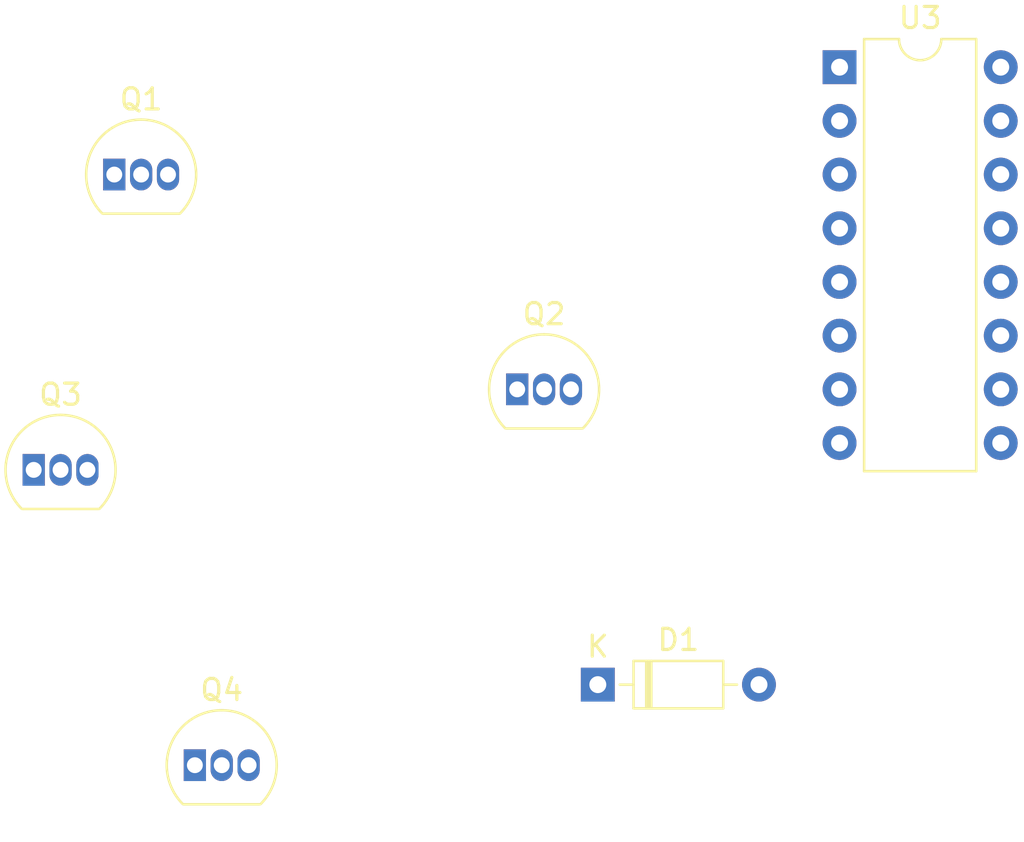
<source format=kicad_pcb>
(kicad_pcb (version 20221018) (generator pcbnew)
  (layers (0 "F.Cu" signal) (31 "B.Cu" signal) (34 "B.Paste" user) (35 "F.Paste" user) (36 "B.SilkS" user "B.Silkscreen") (37 "F.SilkS" user "F.Silkscreen") (38 "B.Mask" user) (39 "F.Mask" user) (44 "Edge.Cuts" user))
  (net 0 "")
  (net 1 "Net-(D1-K)")
  (net 2 "Net-(D1-A)")
  (net 3 "Net-(Q1-B)")
  (net 4 "Net-(Q1-E)")
  (net 5 "Net-(Q2-C)")
  (net 6 "Net-(Q2-E)")
  (net 7 "Net-(Q3-E)")
  (net 8 "Net-(D2-A1)")
  (net 9 "Net-(Q4-S)")
  (net 10 "GNDD")
  (net 11 "Net-(R19-Pad2)")
  (net 12 "Net-(R20-Pad2)")
  (net 13 "Net-(C17-Pad2)")
  (net 14 "Net-(U3E-VEE)")
  (net 16 "Net-(J3-In)")
  (net 17 "Net-(J4-In)")
  (footprint "Diode_THT:D_DO-35_SOD27_P7.62mm_Horizontal" (layer "F.Cu") (at 129.54 101.6)
    (fp_text reference "D1" (at 3.81 -2.12) (layer "F.SilkS"))
    (fp_text value "КД503А")
    (fp_text user "K" (at 0 -1.8) (layer "F.SilkS"))
    (fp_line (start 1.04 0) (end 1.69 0) (stroke (width 0.12)) (layer "F.SilkS"))
    (fp_line (start 1.69 -1.12) (end 1.69 1.12) (stroke (width 0.12)) (layer "F.SilkS"))
    (fp_line (start 1.69 1.12) (end 5.93 1.12) (stroke (width 0.12)) (layer "F.SilkS"))
    (fp_line (start 2.29 -1.12) (end 2.29 1.12) (stroke (width 0.12)) (layer "F.SilkS"))
    (fp_line (start 2.41 -1.12) (end 2.41 1.12) (stroke (width 0.12)) (layer "F.SilkS"))
    (fp_line (start 2.53 -1.12) (end 2.53 1.12) (stroke (width 0.12)) (layer "F.SilkS"))
    (fp_line (start 5.93 -1.12) (end 1.69 -1.12) (stroke (width 0.12)) (layer "F.SilkS"))
    (fp_line (start 5.93 1.12) (end 5.93 -1.12) (stroke (width 0.12)) (layer "F.SilkS"))
    (fp_line (start 6.58 0) (end 5.93 0) (stroke (width 0.12)) (layer "F.SilkS"))
    (pad "1" thru_hole rect (at 0 0) (size 1.6 1.6) (drill 0.8) (layers "*.Cu" "*.Mask") (net 1 "Net-(D1-K)"))
    (pad "2" thru_hole oval (at 7.62 0) (size 1.6 1.6) (drill 0.8) (layers "*.Cu" "*.Mask") (net 2 "Net-(D1-A)"))
  )
  (footprint "Package_TO_SOT_THT:TO-92_Inline" (layer "F.Cu") (at 125.73 87.63)
    (fp_text reference "Q2" (at 1.27 -3.56) (layer "F.SilkS"))
    (fp_text value "КТ315Г")
    (fp_line (start -0.53 1.85) (end 3.07 1.85) (stroke (width 0.12)) (layer "F.SilkS"))
    (fp_arc (start -0.568478 1.838478) (mid -1.132087 -0.994977) (end 1.27 -2.6) (stroke (width 0.12)) (layer "F.SilkS"))
    (fp_arc (start 1.27 -2.6) (mid 3.672087 -0.994977) (end 3.108478 1.838478) (stroke (width 0.12)) (layer "F.SilkS"))
    (pad "1" thru_hole rect (at 0 0) (size 1.05 1.5) (drill 0.75) (layers "*.Cu" "*.Mask") (net 5 "Net-(Q2-C)"))
    (pad "2" thru_hole oval (at 1.27 0) (size 1.05 1.5) (drill 0.75) (layers "*.Cu" "*.Mask") (net 3 "Net-(Q1-B)"))
    (pad "3" thru_hole oval (at 2.54 0) (size 1.05 1.5) (drill 0.75) (layers "*.Cu" "*.Mask") (net 6 "Net-(Q2-E)"))
  )
  (footprint "Package_TO_SOT_THT:TO-92_Inline" (layer "F.Cu") (at 110.49 105.41)
    (fp_text reference "Q4" (at 1.27 -3.56) (layer "F.SilkS"))
    (fp_text value "КП307Г")
    (fp_line (start -0.53 1.85) (end 3.07 1.85) (stroke (width 0.12)) (layer "F.SilkS"))
    (fp_arc (start -0.568478 1.838478) (mid -1.132087 -0.994977) (end 1.27 -2.6) (stroke (width 0.12)) (layer "F.SilkS"))
    (fp_arc (start 1.27 -2.6) (mid 3.672087 -0.994977) (end 3.108478 1.838478) (stroke (width 0.12)) (layer "F.SilkS"))
    (pad "1" thru_hole rect (at 0 0) (size 1.05 1.5) (drill 0.75) (layers "*.Cu" "*.Mask") (net 8 "Net-(D2-A1)"))
    (pad "2" thru_hole oval (at 1.27 0) (size 1.05 1.5) (drill 0.75) (layers "*.Cu" "*.Mask"))
    (pad "3" thru_hole oval (at 2.54 0) (size 1.05 1.5) (drill 0.75) (layers "*.Cu" "*.Mask") (net 9 "Net-(Q4-S)"))
  )
  (footprint "Package_TO_SOT_THT:TO-92_Inline" (layer "F.Cu") (at 106.68 77.47)
    (fp_text reference "Q1" (at 1.27 -3.56) (layer "F.SilkS"))
    (fp_text value "КТ315Г")
    (fp_line (start -0.53 1.85) (end 3.07 1.85) (stroke (width 0.12)) (layer "F.SilkS"))
    (fp_arc (start -0.568478 1.838478) (mid -1.132087 -0.994977) (end 1.27 -2.6) (stroke (width 0.12)) (layer "F.SilkS"))
    (fp_arc (start 1.27 -2.6) (mid 3.672087 -0.994977) (end 3.108478 1.838478) (stroke (width 0.12)) (layer "F.SilkS"))
    (pad "1" thru_hole rect (at 0 0) (size 1.05 1.5) (drill 0.75) (layers "*.Cu" "*.Mask") (net 1 "Net-(D1-K)"))
    (pad "2" thru_hole oval (at 1.27 0) (size 1.05 1.5) (drill 0.75) (layers "*.Cu" "*.Mask") (net 3 "Net-(Q1-B)"))
    (pad "3" thru_hole oval (at 2.54 0) (size 1.05 1.5) (drill 0.75) (layers "*.Cu" "*.Mask") (net 4 "Net-(Q1-E)"))
  )
  (footprint "Package_TO_SOT_THT:TO-92_Inline" (layer "F.Cu") (at 102.87 91.44)
    (fp_text reference "Q3" (at 1.27 -3.56) (layer "F.SilkS"))
    (fp_text value "КТ361Г")
    (fp_line (start -0.53 1.85) (end 3.07 1.85) (stroke (width 0.12)) (layer "F.SilkS"))
    (fp_arc (start -0.568478 1.838478) (mid -1.132087 -0.994977) (end 1.27 -2.6) (stroke (width 0.12)) (layer "F.SilkS"))
    (fp_arc (start 1.27 -2.6) (mid 3.672087 -0.994977) (end 3.108478 1.838478) (stroke (width 0.12)) (layer "F.SilkS"))
    (pad "1" thru_hole rect (at 0 0) (size 1.05 1.5) (drill 0.75) (layers "*.Cu" "*.Mask") (net 5 "Net-(Q2-C)"))
    (pad "2" thru_hole oval (at 1.27 0) (size 1.05 1.5) (drill 0.75) (layers "*.Cu" "*.Mask") (net 1 "Net-(D1-K)"))
    (pad "3" thru_hole oval (at 2.54 0) (size 1.05 1.5) (drill 0.75) (layers "*.Cu" "*.Mask") (net 7 "Net-(Q3-E)"))
  )
  (footprint "Package_DIP:DIP-16_W7.62mm" (layer "F.Cu") (at 140.97 72.39)
    (fp_text reference "U3" (at 3.81 -2.33) (layer "F.SilkS"))
    (fp_text value "К500ЛМ102")
    (fp_line (start 1.16 -1.33) (end 1.16 19.11) (stroke (width 0.12)) (layer "F.SilkS"))
    (fp_line (start 1.16 19.11) (end 6.46 19.11) (stroke (width 0.12)) (layer "F.SilkS"))
    (fp_line (start 2.81 -1.33) (end 1.16 -1.33) (stroke (width 0.12)) (layer "F.SilkS"))
    (fp_line (start 6.46 -1.33) (end 4.81 -1.33) (stroke (width 0.12)) (layer "F.SilkS"))
    (fp_line (start 6.46 19.11) (end 6.46 -1.33) (stroke (width 0.12)) (layer "F.SilkS"))
    (fp_arc (start 4.81 -1.33) (mid 3.81 -0.33) (end 2.81 -1.33) (stroke (width 0.12)) (layer "F.SilkS"))
    (pad "1" thru_hole rect (at 0 0) (size 1.6 1.6) (drill 0.8) (layers "*.Cu" "*.Mask") (net 10 "GNDD"))
    (pad "2" thru_hole oval (at 0 2.54) (size 1.6 1.6) (drill 0.8) (layers "*.Cu" "*.Mask") (net 11 "Net-(R19-Pad2)"))
    (pad "3" thru_hole oval (at 0 5.08) (size 1.6 1.6) (drill 0.8) (layers "*.Cu" "*.Mask") (net 12 "Net-(R20-Pad2)"))
    (pad "4" thru_hole oval (at 0 7.62) (size 1.6 1.6) (drill 0.8) (layers "*.Cu" "*.Mask") (net 13 "Net-(C17-Pad2)"))
    (pad "5" thru_hole oval (at 0 10.16) (size 1.6 1.6) (drill 0.8) (layers "*.Cu" "*.Mask") (net 13 "Net-(C17-Pad2)"))
    (pad "6" thru_hole oval (at 0 12.7) (size 1.6 1.6) (drill 0.8) (layers "*.Cu" "*.Mask") (net 11 "Net-(R19-Pad2)"))
    (pad "7" thru_hole oval (at 0 15.24) (size 1.6 1.6) (drill 0.8) (layers "*.Cu" "*.Mask") (net 11 "Net-(R19-Pad2)"))
    (pad "8" thru_hole oval (at 0 17.78) (size 1.6 1.6) (drill 0.8) (layers "*.Cu" "*.Mask") (net 14 "Net-(U3E-VEE)"))
    (pad "9" thru_hole oval (at 7.62 17.78) (size 1.6 1.6) (drill 0.8) (layers "*.Cu" "*.Mask"))
    (pad "10" thru_hole oval (at 7.62 15.24) (size 1.6 1.6) (drill 0.8) (layers "*.Cu" "*.Mask") (net 12 "Net-(R20-Pad2)"))
    (pad "11" thru_hole oval (at 7.62 12.7) (size 1.6 1.6) (drill 0.8) (layers "*.Cu" "*.Mask") (net 12 "Net-(R20-Pad2)"))
    (pad "12" thru_hole oval (at 7.62 10.16) (size 1.6 1.6) (drill 0.8) (layers "*.Cu" "*.Mask") (net 12 "Net-(R20-Pad2)"))
    (pad "13" thru_hole oval (at 7.62 7.62) (size 1.6 1.6) (drill 0.8) (layers "*.Cu" "*.Mask") (net 12 "Net-(R20-Pad2)"))
    (pad "14" thru_hole oval (at 7.62 5.08) (size 1.6 1.6) (drill 0.8) (layers "*.Cu" "*.Mask") (net 16 "Net-(J3-In)"))
    (pad "15" thru_hole oval (at 7.62 2.54) (size 1.6 1.6) (drill 0.8) (layers "*.Cu" "*.Mask") (net 17 "Net-(J4-In)"))
    (pad "16" thru_hole oval (at 7.62 0) (size 1.6 1.6) (drill 0.8) (layers "*.Cu" "*.Mask") (net 10 "GNDD"))
  )
)
</source>
